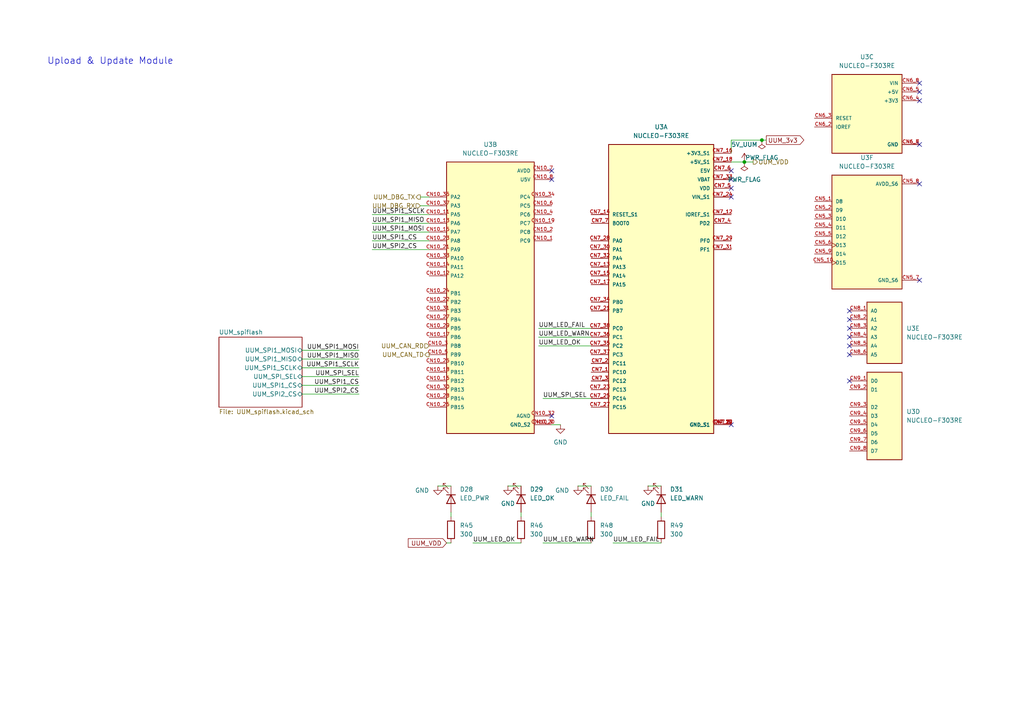
<source format=kicad_sch>
(kicad_sch (version 20250114) (generator "eeschema") (generator_version "9.0")
  (paper "A4")
  (title_block (date "2025-07-21") (rev "2"))
  (lib_symbols
    (symbol "Device:LED" (pin_numbers (hide yes)) (pin_names (offset 1.016) (hide yes))
      (property "Reference" "D" (at 0 2.54 0))
      (property "Value" "LED" (at 0 -2.54 0))
      (symbol "LED_0_1"
        (polyline (pts (xy -3.048 -0.762) (xy -4.572 -2.286) (xy -3.81 -2.286) (xy -4.572 -2.286) (xy -4.572 -1.524)))
        (polyline (pts (xy -1.778 -0.762) (xy -3.302 -2.286) (xy -2.54 -2.286) (xy -3.302 -2.286) (xy -3.302 -1.524)))
        (polyline (pts (xy -1.27 0) (xy 1.27 0)))
        (polyline (pts (xy -1.27 -1.27) (xy -1.27 1.27)) (stroke (width 0.254)))
        (polyline (pts (xy 1.27 -1.27) (xy 1.27 1.27) (xy -1.27 0) (xy 1.27 -1.27)) (stroke (width 0.254)))
      )
      (symbol "LED_1_1"
        (pin passive line (at -3.81 0 0) (length 2.54) (name "K") (number "1"))
        (pin passive line (at 3.81 0 180) (length 2.54) (name "A") (number "2"))
      )
    )
    (symbol "Device:R" (pin_numbers (hide yes)) (pin_names (offset 0))
      (property "Reference" "R" (at 2.032 0 90))
      (property "Value" "R" (at 0 0 90))
      (symbol "R_0_1"
        (rectangle (start -1.016 -2.54) (end 1.016 2.54) (stroke (width 0.254)))
      )
      (symbol "R_1_1"
        (pin passive line (at 0 3.81 270) (length 1.27) (name "~") (number "1"))
        (pin passive line (at 0 -3.81 90) (length 1.27) (name "~") (number "2"))
      )
    )
    (symbol "NUCLEO-F303RE:NUCLEO-F303RE" (pin_names (offset 1.016))
      (property "Reference" "U" (at -15.24 41.91 0))
      (property "Value" "NUCLEO-F303RE" (at -15.24 -44.45 0))
      (symbol "NUCLEO-F303RE_1_0"
        (rectangle (start -15.24 -43.18) (end 15.24 40.64) (stroke (width 0.254)) (fill (type background)))
        (pin bidirectional line (at -20.32 20.32 0) (length 5.08) (name "RESET_S1") (number "CN7_14"))
        (pin bidirectional line (at -20.32 17.78 0) (length 5.08) (name "BOOT0") (number "CN7_7"))
        (pin bidirectional line (at -20.32 12.7 0) (length 5.08) (name "PA0") (number "CN7_28"))
        (pin bidirectional line (at -20.32 10.16 0) (length 5.08) (name "PA1") (number "CN7_30"))
        (pin bidirectional line (at -20.32 7.62 0) (length 5.08) (name "PA4") (number "CN7_32"))
        (pin bidirectional line (at -20.32 5.08 0) (length 5.08) (name "PA13") (number "CN7_13"))
        (pin bidirectional line (at -20.32 2.54 0) (length 5.08) (name "PA14") (number "CN7_15"))
        (pin bidirectional line (at -20.32 0 0) (length 5.08) (name "PA15") (number "CN7_17"))
        (pin bidirectional line (at -20.32 -5.08 0) (length 5.08) (name "PB0") (number "CN7_34"))
        (pin bidirectional line (at -20.32 -7.62 0) (length 5.08) (name "PB7") (number "CN7_21"))
        (pin bidirectional line (at -20.32 -12.7 0) (length 5.08) (name "PC0") (number "CN7_38"))
        (pin bidirectional line (at -20.32 -15.24 0) (length 5.08) (name "PC1") (number "CN7_36"))
        (pin bidirectional line (at -20.32 -17.78 0) (length 5.08) (name "PC2") (number "CN7_35"))
        (pin bidirectional line (at -20.32 -20.32 0) (length 5.08) (name "PC3") (number "CN7_37"))
        (pin bidirectional line (at -20.32 -22.86 0) (length 5.08) (name "PC11") (number "CN7_2"))
        (pin bidirectional line (at -20.32 -25.4 0) (length 5.08) (name "PC10") (number "CN7_1"))
        (pin bidirectional line (at -20.32 -27.94 0) (length 5.08) (name "PC12") (number "CN7_3"))
        (pin bidirectional line (at -20.32 -30.48 0) (length 5.08) (name "PC13") (number "CN7_23"))
        (pin bidirectional line (at -20.32 -33.02 0) (length 5.08) (name "PC14") (number "CN7_25"))
        (pin bidirectional line (at -20.32 -35.56 0) (length 5.08) (name "PC15") (number "CN7_27"))
        (pin power_in line (at 20.32 38.1 180) (length 5.08) (name "+3V3_S1") (number "CN7_16"))
        (pin power_in line (at 20.32 35.56 180) (length 5.08) (name "+5V_S1") (number "CN7_18"))
        (pin power_in line (at 20.32 33.02 180) (length 5.08) (name "E5V") (number "CN7_6"))
        (pin power_in line (at 20.32 30.48 180) (length 5.08) (name "VBAT") (number "CN7_33"))
        (pin power_in line (at 20.32 27.94 180) (length 5.08) (name "VDD") (number "CN7_5"))
        (pin power_in line (at 20.32 25.4 180) (length 5.08) (name "VIN_S1") (number "CN7_24"))
        (pin bidirectional line (at 20.32 20.32 180) (length 5.08) (name "IOREF_S1") (number "CN7_12"))
        (pin bidirectional line (at 20.32 17.78 180) (length 5.08) (name "PD2") (number "CN7_4"))
        (pin bidirectional line (at 20.32 12.7 180) (length 5.08) (name "PF0") (number "CN7_29"))
        (pin bidirectional line (at 20.32 10.16 180) (length 5.08) (name "PF1") (number "CN7_31"))
        (pin power_in line (at 20.32 -40.64 180) (length 5.08) (name "GND_S1") (number "CN7_19"))
        (pin power_in line (at 20.32 -40.64 180) (length 5.08) (name "GND_S1") (number "CN7_20"))
        (pin power_in line (at 20.32 -40.64 180) (length 5.08) (name "GND_S1") (number "CN7_22"))
        (pin power_in line (at 20.32 -40.64 180) (length 5.08) (name "GND_S1") (number "CN7_8"))
      )
      (symbol "NUCLEO-F303RE_2_0"
        (rectangle (start -12.7 -40.64) (end 12.7 38.1) (stroke (width 0.254)) (fill (type background)))
        (pin bidirectional line (at -17.78 27.94 0) (length 5.08) (name "PA2") (number "CN10_35"))
        (pin bidirectional line (at -17.78 25.4 0) (length 5.08) (name "PA3") (number "CN10_37"))
        (pin bidirectional line (at -17.78 22.86 0) (length 5.08) (name "PA5") (number "CN10_11"))
        (pin bidirectional line (at -17.78 20.32 0) (length 5.08) (name "PA6") (number "CN10_13"))
        (pin bidirectional line (at -17.78 17.78 0) (length 5.08) (name "PA7") (number "CN10_15"))
        (pin bidirectional line (at -17.78 15.24 0) (length 5.08) (name "PA8") (number "CN10_23"))
        (pin bidirectional line (at -17.78 12.7 0) (length 5.08) (name "PA9") (number "CN10_21"))
        (pin bidirectional line (at -17.78 10.16 0) (length 5.08) (name "PA10") (number "CN10_33"))
        (pin bidirectional line (at -17.78 7.62 0) (length 5.08) (name "PA11") (number "CN10_14"))
        (pin bidirectional line (at -17.78 5.08 0) (length 5.08) (name "PA12") (number "CN10_12"))
        (pin bidirectional line (at -17.78 0 0) (length 5.08) (name "PB1") (number "CN10_24"))
        (pin bidirectional line (at -17.78 -2.54 0) (length 5.08) (name "PB2") (number "CN10_22"))
        (pin bidirectional line (at -17.78 -5.08 0) (length 5.08) (name "PB3") (number "CN10_31"))
        (pin bidirectional line (at -17.78 -7.62 0) (length 5.08) (name "PB4") (number "CN10_27"))
        (pin bidirectional line (at -17.78 -10.16 0) (length 5.08) (name "PB5") (number "CN10_29"))
        (pin bidirectional line (at -17.78 -12.7 0) (length 5.08) (name "PB6") (number "CN10_17"))
        (pin bidirectional line (at -17.78 -15.24 0) (length 5.08) (name "PB8") (number "CN10_3"))
        (pin bidirectional line (at -17.78 -17.78 0) (length 5.08) (name "PB9") (number "CN10_5"))
        (pin bidirectional line (at -17.78 -20.32 0) (length 5.08) (name "PB10") (number "CN10_25"))
        (pin bidirectional line (at -17.78 -22.86 0) (length 5.08) (name "PB11") (number "CN10_18"))
        (pin bidirectional line (at -17.78 -25.4 0) (length 5.08) (name "PB12") (number "CN10_16"))
        (pin bidirectional line (at -17.78 -27.94 0) (length 5.08) (name "PB13") (number "CN10_30"))
        (pin bidirectional line (at -17.78 -30.48 0) (length 5.08) (name "PB14") (number "CN10_28"))
        (pin bidirectional line (at -17.78 -33.02 0) (length 5.08) (name "PB15") (number "CN10_26"))
        (pin power_in line (at 17.78 35.56 180) (length 5.08) (name "AVDD") (number "CN10_7"))
        (pin power_in line (at 17.78 33.02 180) (length 5.08) (name "U5V") (number "CN10_8"))
        (pin bidirectional line (at 17.78 27.94 180) (length 5.08) (name "PC4") (number "CN10_34"))
        (pin bidirectional line (at 17.78 25.4 180) (length 5.08) (name "PC5") (number "CN10_6"))
        (pin bidirectional line (at 17.78 22.86 180) (length 5.08) (name "PC6") (number "CN10_4"))
        (pin bidirectional line (at 17.78 20.32 180) (length 5.08) (name "PC7") (number "CN10_19"))
        (pin bidirectional line (at 17.78 17.78 180) (length 5.08) (name "PC8") (number "CN10_2"))
        (pin bidirectional line (at 17.78 15.24 180) (length 5.08) (name "PC9") (number "CN10_1"))
        (pin power_in line (at 17.78 -35.56 180) (length 5.08) (name "AGND") (number "CN10_32"))
        (pin power_in line (at 17.78 -38.1 180) (length 5.08) (name "GND_S2") (number "CN10_20"))
        (pin power_in line (at 17.78 -38.1 180) (length 5.08) (name "GND_S2") (number "CN10_9"))
      )
      (symbol "NUCLEO-F303RE_3_0"
        (rectangle (start -10.16 -12.7) (end 10.16 10.16) (stroke (width 0.254)) (fill (type background)))
        (pin bidirectional line (at -15.24 -2.54 0) (length 5.08) (name "RESET") (number "CN6_3"))
        (pin bidirectional line (at -15.24 -5.08 0) (length 5.08) (name "IOREF") (number "CN6_2"))
        (pin power_in line (at 15.24 7.62 180) (length 5.08) (name "VIN") (number "CN6_8"))
        (pin power_in line (at 15.24 5.08 180) (length 5.08) (name "+5V") (number "CN6_5"))
        (pin power_in line (at 15.24 2.54 180) (length 5.08) (name "+3V3") (number "CN6_4"))
        (pin power_in line (at 15.24 -10.16 180) (length 5.08) (name "GND") (number "CN6_6"))
        (pin power_in line (at 15.24 -10.16 180) (length 5.08) (name "GND") (number "CN6_7"))
      )
      (symbol "NUCLEO-F303RE_4_0"
        (rectangle (start -5.08 -12.7) (end 5.08 12.7) (stroke (width 0.254)) (fill (type background)))
        (pin input line (at -10.16 10.16 0) (length 5.08) (name "D0") (number "CN9_1"))
        (pin output line (at -10.16 7.62 0) (length 5.08) (name "D1") (number "CN9_2"))
        (pin bidirectional line (at -10.16 2.54 0) (length 5.08) (name "D2") (number "CN9_3"))
        (pin bidirectional line (at -10.16 0 0) (length 5.08) (name "D3") (number "CN9_4"))
        (pin bidirectional line (at -10.16 -2.54 0) (length 5.08) (name "D4") (number "CN9_5"))
        (pin bidirectional line (at -10.16 -5.08 0) (length 5.08) (name "D5") (number "CN9_6"))
        (pin bidirectional line (at -10.16 -7.62 0) (length 5.08) (name "D6") (number "CN9_7"))
        (pin bidirectional line (at -10.16 -10.16 0) (length 5.08) (name "D7") (number "CN9_8"))
      )
      (symbol "NUCLEO-F303RE_5_0"
        (rectangle (start -5.08 -10.16) (end 5.08 7.62) (stroke (width 0.254)) (fill (type background)))
        (pin input line (at -10.16 5.08 0) (length 5.08) (name "A0") (number "CN8_1"))
        (pin input line (at -10.16 2.54 0) (length 5.08) (name "A1") (number "CN8_2"))
        (pin input line (at -10.16 0 0) (length 5.08) (name "A2") (number "CN8_3"))
        (pin input line (at -10.16 -2.54 0) (length 5.08) (name "A3") (number "CN8_4"))
        (pin input line (at -10.16 -5.08 0) (length 5.08) (name "A4") (number "CN8_5"))
        (pin input line (at -10.16 -7.62 0) (length 5.08) (name "A5") (number "CN8_6"))
      )
      (symbol "NUCLEO-F303RE_6_0"
        (rectangle (start -10.16 -17.78) (end 10.16 15.24) (stroke (width 0.254)) (fill (type background)))
        (pin bidirectional line (at -15.24 7.62 0) (length 5.08) (name "D8") (number "CN5_1"))
        (pin bidirectional line (at -15.24 5.08 0) (length 5.08) (name "D9") (number "CN5_2"))
        (pin bidirectional line (at -15.24 2.54 0) (length 5.08) (name "D10") (number "CN5_3"))
        (pin bidirectional line (at -15.24 0 0) (length 5.08) (name "D11") (number "CN5_4"))
        (pin bidirectional line (at -15.24 -2.54 0) (length 5.08) (name "D12") (number "CN5_5"))
        (pin bidirectional clock (at -15.24 -5.08 0) (length 5.08) (name "D13") (number "CN5_6"))
        (pin bidirectional line (at -15.24 -7.62 0) (length 5.08) (name "D14") (number "CN5_9"))
        (pin bidirectional clock (at -15.24 -10.16 0) (length 5.08) (name "D15") (number "CN5_10"))
        (pin power_in line (at 15.24 12.7 180) (length 5.08) (name "AVDD_S6") (number "CN5_8"))
        (pin power_in line (at 15.24 -15.24 180) (length 5.08) (name "GND_S6") (number "CN5_7"))
      )
    )
    (symbol "power:+5V" (power) (pin_numbers (hide yes)) (pin_names (offset 0) (hide yes))
      (property "Value" "+5V" (at 0 3.556 0))
      (symbol "+5V_0_1"
        (polyline (pts (xy -0.762 1.27) (xy 0 2.54)))
        (polyline (pts (xy 0 2.54) (xy 0.762 1.27)))
        (polyline (pts (xy 0 0) (xy 0 2.54)))
      )
      (symbol "+5V_1_1"
        (pin power_in line (at 0 0 90) (length 0) (name "~") (number "1"))
      )
    )
    (symbol "power:GND" (power) (pin_numbers (hide yes)) (pin_names (offset 0) (hide yes))
      (property "Value" "GND" (at 0 -3.81 0))
      (symbol "GND_0_1"
        (polyline (pts (xy 0 0) (xy 0 -1.27) (xy 1.27 -1.27) (xy 0 -2.54) (xy -1.27 -1.27) (xy 0 -1.27)))
      )
      (symbol "GND_1_1"
        (pin power_in line (at 0 0 270) (length 0) (name "~") (number "1"))
      )
    )
    (symbol "power:PWR_FLAG" (power) (pin_numbers (hide yes)) (pin_names (offset 0) (hide yes))
      (property "Value" "PWR_FLAG" (at 0 3.81 0))
      (symbol "PWR_FLAG_0_0"
        (pin power_out line (at 0 0 90) (length 0) (name "~") (number "1"))
      )
      (symbol "PWR_FLAG_0_1"
        (polyline (pts (xy 0 0) (xy 0 1.27) (xy -1.016 1.905) (xy 0 2.54) (xy 1.016 1.905) (xy 0 1.27)))
      )
    )
  )
  (text "Upload & Update Module" (at 32.004 17.78 0) (effects (font (size 1.905 1.905))))
  (junction (at 215.9 46.99))
  (junction (at 220.98 40.64))
  (no_connect (at 266.7 53.34))
  (no_connect (at 246.38 100.33))
  (no_connect (at 160.02 120.65))
  (no_connect (at 246.38 92.71))
  (no_connect (at 266.7 29.21))
  (no_connect (at 266.7 26.67))
  (no_connect (at 246.38 102.87))
  (no_connect (at 160.02 49.53))
  (no_connect (at 246.38 95.25))
  (no_connect (at 246.38 110.49))
  (no_connect (at 266.7 41.91))
  (no_connect (at 246.38 90.17))
  (no_connect (at 246.38 97.79))
  (no_connect (at 266.7 24.13))
  (no_connect (at 212.09 57.15))
  (no_connect (at 266.7 81.28))
  (no_connect (at 212.09 54.61))
  (no_connect (at 212.09 52.07))
  (no_connect (at 160.02 52.07))
  (no_connect (at 212.09 123.19))
  (no_connect (at 212.09 49.53))
  (wire (pts (xy 147.32 140.97) (xy 151.13 140.97)))
  (wire (pts (xy 130.81 148.59) (xy 130.81 149.86)))
  (wire (pts (xy 157.48 115.57) (xy 171.45 115.57)))
  (wire (pts (xy 104.14 104.14) (xy 87.63 104.14)))
  (wire (pts (xy 127 140.97) (xy 130.81 140.97)))
  (wire (pts (xy 137.16 157.48) (xy 151.13 157.48)))
  (wire (pts (xy 107.95 69.85) (xy 124.46 69.85)))
  (wire (pts (xy 157.48 157.48) (xy 171.45 157.48)))
  (wire (pts (xy 107.95 72.39) (xy 124.46 72.39)))
  (wire (pts (xy 187.96 140.97) (xy 191.77 140.97)))
  (wire (pts (xy 104.14 111.76) (xy 87.63 111.76)))
  (wire (pts (xy 171.45 148.59) (xy 171.45 149.86)))
  (wire (pts (xy 212.09 40.64) (xy 220.98 40.64)))
  (wire (pts (xy 104.14 114.3) (xy 87.63 114.3)))
  (wire (pts (xy 160.02 123.19) (xy 162.56 123.19)))
  (wire (pts (xy 212.09 40.64) (xy 212.09 44.45)))
  (wire (pts (xy 121.92 57.15) (xy 124.46 57.15)))
  (wire (pts (xy 220.98 40.64) (xy 222.25 40.64)))
  (wire (pts (xy 104.14 101.6) (xy 87.63 101.6)))
  (wire (pts (xy 107.95 62.23) (xy 124.46 62.23)))
  (wire (pts (xy 215.9 46.99) (xy 218.44 46.99)))
  (wire (pts (xy 107.95 64.77) (xy 124.46 64.77)))
  (wire (pts (xy 177.8 157.48) (xy 191.77 157.48)))
  (wire (pts (xy 212.09 46.99) (xy 215.9 46.99)))
  (wire (pts (xy 104.14 109.22) (xy 87.63 109.22)))
  (wire (pts (xy 191.77 148.59) (xy 191.77 149.86)))
  (wire (pts (xy 156.21 97.79) (xy 171.45 97.79)))
  (wire (pts (xy 121.92 59.69) (xy 124.46 59.69)))
  (wire (pts (xy 156.21 100.33) (xy 171.45 100.33)))
  (wire (pts (xy 129.54 157.48) (xy 130.81 157.48)))
  (wire (pts (xy 107.95 67.31) (xy 124.46 67.31)))
  (wire (pts (xy 151.13 148.59) (xy 151.13 149.86)))
  (wire (pts (xy 104.14 106.68) (xy 87.63 106.68)))
  (wire (pts (xy 156.21 95.25) (xy 171.45 95.25)))
  (wire (pts (xy 167.64 140.97) (xy 171.45 140.97)))
  (label "UUM_LED_OK" (at 156.21 100.33 0))
  (label "UUM_SPI1_CS" (at 104.14 111.76 180))
  (label "UUM_LED_FAIL" (at 177.8 157.48 0))
  (label "UUM_SPI1_MISO" (at 107.95 64.77 0))
  (label "UUM_SPI2_CS" (at 107.95 72.39 0))
  (label "UUM_SPI_SEL" (at 104.14 109.22 180))
  (label "UUM_LED_FAIL" (at 156.21 95.25 0))
  (label "UUM_LED_WARN" (at 156.21 97.79 0))
  (label "UUM_SPI_SEL" (at 157.48 115.57 0))
  (label "UUM_LED_OK" (at 137.16 157.48 0))
  (label "UUM_SPI2_CS" (at 104.14 114.3 180))
  (label "UUM_SPI1_MOSI" (at 104.14 101.6 180))
  (label "UUM_SPI1_SCLK" (at 104.14 106.68 180))
  (label "UUM_SPI1_SCLK" (at 107.95 62.23 0))
  (label "UUM_LED_WARN" (at 157.48 157.48 0))
  (label "UUM_SPI1_MISO" (at 104.14 104.14 180))
  (label "UUM_SPI1_MOSI" (at 107.95 67.31 0))
  (label "UUM_SPI1_CS" (at 107.95 69.85 0))
  (global_label "UUM_VDD" (shape input) (at 129.54 157.48 180) (property "Intersheetrefs" "${INTERSHEET_REFS}" (effects (hide yes))))
  (global_label "UUM_3v3" (shape output) (at 222.25 40.64 0) (property "Intersheetrefs" "${INTERSHEET_REFS}" (effects (hide yes))))
  (hierarchical_label "UUM_CAN_TD" (shape output) (at 124.46 102.87 180))
  (hierarchical_label "UUM_CAN_RD" (shape input) (at 124.46 100.33 180))
  (hierarchical_label "UUM_DBG_TX" (shape output) (at 121.92 57.15 180))
  (hierarchical_label "UUM_VDD" (shape output) (at 218.44 46.99 0))
  (hierarchical_label "UUM_DBG_RX" (shape input) (at 121.92 59.69 180))
  (symbol (lib_id "Device:R") (at 151.13 153.67 0) (unit 1)
    (property "Reference" "R46" (at 153.67 152.3999 0) (effects (justify left)))
    (property "Value" "300" (at 153.67 154.9399 0) (effects (justify left)))
    (property "Footprint" "Resistor_SMD:R_0805_2012Metric_Pad1.20x1.40mm_HandSolder" (effects (hide yes)))
    (property "Description" "Resistor" (effects (hide yes)))
    (property "DigiKey_Part_Number" "311-10.0KCRCT-ND" (effects (hide yes)))
    (property "Price" "0.0129" (effects (hide yes)))
  )
  (symbol (lib_id "NUCLEO-F303RE:NUCLEO-F303RE") (at 251.46 66.04 0) (unit 6)
    (property "Reference" "U3" (at 251.46 45.72 0))
    (property "Value" "NUCLEO-F303RE" (at 251.46 48.26 0))
    (property "Footprint" "NUCLEO-F303RE:ST_NUCLEO-F303RE" (effects (hide yes)))
    (property "MF" "STMicroelectronics" (effects (hide yes)))
    (property "MAXIMUM_PACKAGE_HEIGHT" "N/A" (effects (hide yes)))
    (property "Package" "None" (effects (hide yes)))
    (property "Price" "None" (effects (hide yes)))
    (property "Check_prices" "https://www.snapeda.com/parts/NUCLEO-F303RE/STMicroelectronics/view-part/?ref=eda" (effects (hide yes)))
    (property "STANDARD" "Manufacturer recommendations" (effects (hide yes)))
    (property "PARTREV" "14" (effects (hide yes)))
    (property "SnapEDA_Link" "https://www.snapeda.com/parts/NUCLEO-F303RE/STMicroelectronics/view-part/?ref=snap" (effects (hide yes)))
    (property "MP" "NUCLEO-F303RE" (effects (hide yes)))
    (property "Description_1" "STM32F303RE, mbed-Enabled Development Nucleo-64 STM32F3 ARM® Cortex®-M4 MCU 32-Bit Embedded Evaluation Board" (effects (hide yes)))
    (property "Availability" "In Stock" (effects (hide yes)))
    (property "MANUFACTURER" "STMicroelectronics" (effects (hide yes)))
  )
  (symbol (lib_id "NUCLEO-F303RE:NUCLEO-F303RE") (at 256.54 95.25 0) (unit 5)
    (property "Reference" "U3" (at 262.89 95.2499 0) (effects (justify left)))
    (property "Value" "NUCLEO-F303RE" (at 262.89 97.7899 0) (effects (justify left)))
    (property "Footprint" "NUCLEO-F303RE:ST_NUCLEO-F303RE" (effects (hide yes)))
    (property "MF" "STMicroelectronics" (effects (hide yes)))
    (property "MAXIMUM_PACKAGE_HEIGHT" "N/A" (effects (hide yes)))
    (property "Package" "None" (effects (hide yes)))
    (property "Price" "None" (effects (hide yes)))
    (property "Check_prices" "https://www.snapeda.com/parts/NUCLEO-F303RE/STMicroelectronics/view-part/?ref=eda" (effects (hide yes)))
    (property "STANDARD" "Manufacturer recommendations" (effects (hide yes)))
    (property "PARTREV" "14" (effects (hide yes)))
    (property "SnapEDA_Link" "https://www.snapeda.com/parts/NUCLEO-F303RE/STMicroelectronics/view-part/?ref=snap" (effects (hide yes)))
    (property "MP" "NUCLEO-F303RE" (effects (hide yes)))
    (property "Description_1" "STM32F303RE, mbed-Enabled Development Nucleo-64 STM32F3 ARM® Cortex®-M4 MCU 32-Bit Embedded Evaluation Board" (effects (hide yes)))
    (property "Availability" "In Stock" (effects (hide yes)))
    (property "MANUFACTURER" "STMicroelectronics" (effects (hide yes)))
  )
  (symbol (lib_id "NUCLEO-F303RE:NUCLEO-F303RE") (at 142.24 85.09 0) (unit 2)
    (property "Reference" "U3" (at 142.24 41.91 0))
    (property "Value" "NUCLEO-F303RE" (at 142.24 44.45 0))
    (property "Footprint" "NUCLEO-F303RE:ST_NUCLEO-F303RE" (effects (hide yes)))
    (property "MF" "STMicroelectronics" (effects (hide yes)))
    (property "MAXIMUM_PACKAGE_HEIGHT" "N/A" (effects (hide yes)))
    (property "Package" "None" (effects (hide yes)))
    (property "Price" "None" (effects (hide yes)))
    (property "Check_prices" "https://www.snapeda.com/parts/NUCLEO-F303RE/STMicroelectronics/view-part/?ref=eda" (effects (hide yes)))
    (property "STANDARD" "Manufacturer recommendations" (effects (hide yes)))
    (property "PARTREV" "14" (effects (hide yes)))
    (property "SnapEDA_Link" "https://www.snapeda.com/parts/NUCLEO-F303RE/STMicroelectronics/view-part/?ref=snap" (effects (hide yes)))
    (property "MP" "NUCLEO-F303RE" (effects (hide yes)))
    (property "Description_1" "STM32F303RE, mbed-Enabled Development Nucleo-64 STM32F3 ARM® Cortex®-M4 MCU 32-Bit Embedded Evaluation Board" (effects (hide yes)))
    (property "Availability" "In Stock" (effects (hide yes)))
    (property "MANUFACTURER" "STMicroelectronics" (effects (hide yes)))
  )
  (symbol (lib_id "power:GND") (at 127 140.97 0) (unit 1)
    (property "Reference" "#PWR0127" (effects (hide yes)))
    (property "Value" "GND" (at 124.46 142.2399 0) (effects (justify right)))
    (property "Description" "Power symbol creates a global label with name \"GND\" , ground" (effects (hide yes)))
  )
  (symbol (lib_id "Device:R") (at 130.81 153.67 0) (unit 1)
    (property "Reference" "R45" (at 133.35 152.3999 0) (effects (justify left)))
    (property "Value" "300" (at 133.35 154.9399 0) (effects (justify left)))
    (property "Footprint" "Resistor_SMD:R_0805_2012Metric_Pad1.20x1.40mm_HandSolder" (effects (hide yes)))
    (property "Description" "Resistor" (effects (hide yes)))
    (property "DigiKey_Part_Number" "311-10.0KCRCT-ND" (effects (hide yes)))
    (property "Price" "0.0129" (effects (hide yes)))
  )
  (symbol (lib_id "Device:LED") (at 191.77 144.78 270) (unit 1)
    (property "Reference" "D31" (at 194.31 141.9224 90) (effects (justify left)))
    (property "Value" "LED_WARN" (at 194.31 144.4624 90) (effects (justify left)))
    (property "Footprint" "LED_SMD:LED_0603_1608Metric" (effects (hide yes)))
    (property "Description" "Light emitting diode" (effects (hide yes)))
    (property "Sim.Pins" "1=K 2=A" (effects (hide yes)))
  )
  (symbol (lib_id "NUCLEO-F303RE:NUCLEO-F303RE") (at 191.77 82.55 0) (unit 1)
    (property "Reference" "U3" (at 191.77 36.83 0))
    (property "Value" "NUCLEO-F303RE" (at 191.77 39.37 0))
    (property "Footprint" "NUCLEO-F303RE:ST_NUCLEO-F303RE" (effects (hide yes)))
    (property "MF" "STMicroelectronics" (effects (hide yes)))
    (property "MAXIMUM_PACKAGE_HEIGHT" "N/A" (effects (hide yes)))
    (property "Package" "None" (effects (hide yes)))
    (property "Price" "None" (effects (hide yes)))
    (property "Check_prices" "https://www.snapeda.com/parts/NUCLEO-F303RE/STMicroelectronics/view-part/?ref=eda" (effects (hide yes)))
    (property "STANDARD" "Manufacturer recommendations" (effects (hide yes)))
    (property "PARTREV" "14" (effects (hide yes)))
    (property "SnapEDA_Link" "https://www.snapeda.com/parts/NUCLEO-F303RE/STMicroelectronics/view-part/?ref=snap" (effects (hide yes)))
    (property "MP" "NUCLEO-F303RE" (effects (hide yes)))
    (property "Description_1" "STM32F303RE, mbed-Enabled Development Nucleo-64 STM32F3 ARM® Cortex®-M4 MCU 32-Bit Embedded Evaluation Board" (effects (hide yes)))
    (property "Availability" "In Stock" (effects (hide yes)))
    (property "MANUFACTURER" "STMicroelectronics" (effects (hide yes)))
  )
  (symbol (lib_id "Device:LED") (at 151.13 144.78 270) (unit 1)
    (property "Reference" "D29" (at 153.67 141.9224 90) (effects (justify left)))
    (property "Value" "LED_OK" (at 153.67 144.4624 90) (effects (justify left)))
    (property "Footprint" "LED_SMD:LED_0603_1608Metric" (effects (hide yes)))
    (property "Description" "Light emitting diode" (effects (hide yes)))
    (property "Sim.Pins" "1=K 2=A" (effects (hide yes)))
  )
  (symbol (lib_id "power:GND") (at 147.32 140.97 0) (unit 1)
    (property "Reference" "#PWR0129" (effects (hide yes)))
    (property "Value" "GND" (at 147.32 146.05 0))
    (property "Description" "Power symbol creates a global label with name \"GND\" , ground" (effects (hide yes)))
  )
  (symbol (lib_id "Device:R") (at 191.77 153.67 0) (unit 1)
    (property "Reference" "R49" (at 194.31 152.3999 0) (effects (justify left)))
    (property "Value" "300" (at 194.31 154.9399 0) (effects (justify left)))
    (property "Footprint" "Resistor_SMD:R_0805_2012Metric_Pad1.20x1.40mm_HandSolder" (effects (hide yes)))
    (property "Description" "Resistor" (effects (hide yes)))
    (property "DigiKey_Part_Number" "311-10.0KCRCT-ND" (effects (hide yes)))
    (property "Price" "0.0129" (effects (hide yes)))
  )
  (symbol (lib_id "Device:R") (at 171.45 153.67 0) (unit 1)
    (property "Reference" "R48" (at 173.99 152.3999 0) (effects (justify left)))
    (property "Value" "300" (at 173.99 154.9399 0) (effects (justify left)))
    (property "Footprint" "Resistor_SMD:R_0805_2012Metric_Pad1.20x1.40mm_HandSolder" (effects (hide yes)))
    (property "Description" "Resistor" (effects (hide yes)))
    (property "DigiKey_Part_Number" "311-10.0KCRCT-ND" (effects (hide yes)))
    (property "Price" "0.0129" (effects (hide yes)))
  )
  (symbol (lib_id "Device:LED") (at 171.45 144.78 270) (unit 1)
    (property "Reference" "D30" (at 173.99 141.9224 90) (effects (justify left)))
    (property "Value" "LED_FAIL" (at 173.99 144.4624 90) (effects (justify left)))
    (property "Footprint" "LED_SMD:LED_0603_1608Metric" (effects (hide yes)))
    (property "Description" "Light emitting diode" (effects (hide yes)))
    (property "Sim.Pins" "1=K 2=A" (effects (hide yes)))
  )
  (symbol (lib_id "NUCLEO-F303RE:NUCLEO-F303RE") (at 251.46 31.75 0) (unit 3)
    (property "Reference" "U3" (at 251.46 16.51 0))
    (property "Value" "NUCLEO-F303RE" (at 251.46 19.05 0))
    (property "Footprint" "NUCLEO-F303RE:ST_NUCLEO-F303RE" (effects (hide yes)))
    (property "MF" "STMicroelectronics" (effects (hide yes)))
    (property "MAXIMUM_PACKAGE_HEIGHT" "N/A" (effects (hide yes)))
    (property "Package" "None" (effects (hide yes)))
    (property "Price" "None" (effects (hide yes)))
    (property "Check_prices" "https://www.snapeda.com/parts/NUCLEO-F303RE/STMicroelectronics/view-part/?ref=eda" (effects (hide yes)))
    (property "STANDARD" "Manufacturer recommendations" (effects (hide yes)))
    (property "PARTREV" "14" (effects (hide yes)))
    (property "SnapEDA_Link" "https://www.snapeda.com/parts/NUCLEO-F303RE/STMicroelectronics/view-part/?ref=snap" (effects (hide yes)))
    (property "MP" "NUCLEO-F303RE" (effects (hide yes)))
    (property "Description_1" "STM32F303RE, mbed-Enabled Development Nucleo-64 STM32F3 ARM® Cortex®-M4 MCU 32-Bit Embedded Evaluation Board" (effects (hide yes)))
    (property "Availability" "In Stock" (effects (hide yes)))
    (property "MANUFACTURER" "STMicroelectronics" (effects (hide yes)))
  )
  (symbol (lib_id "Device:LED") (at 130.81 144.78 270) (unit 1)
    (property "Reference" "D28" (at 133.35 141.9224 90) (effects (justify left)))
    (property "Value" "LED_PWR" (at 133.35 144.4624 90) (effects (justify left)))
    (property "Footprint" "LED_SMD:LED_0603_1608Metric" (effects (hide yes)))
    (property "Description" "Light emitting diode" (effects (hide yes)))
    (property "Sim.Pins" "1=K 2=A" (effects (hide yes)))
  )
  (symbol (lib_id "power:GND") (at 162.56 123.19 0) (unit 1)
    (property "Reference" "#PWR081" (effects (hide yes)))
    (property "Value" "GND" (at 162.56 128.27 0))
    (property "Description" "Power symbol creates a global label with name \"GND\" , ground" (effects (hide yes)))
  )
  (symbol (lib_id "power:PWR_FLAG") (at 220.98 40.64 180) (unit 1)
    (property "Reference" "#FLG07" (effects (hide yes)))
    (property "Value" "PWR_FLAG" (at 220.98 45.72 0))
    (property "Description" "Special symbol for telling ERC where power comes from" (effects (hide yes)))
  )
  (symbol (lib_id "power:PWR_FLAG") (at 215.9 46.99 180) (unit 1)
    (property "Reference" "#FLG014" (effects (hide yes)))
    (property "Value" "PWR_FLAG" (at 215.9 52.07 0))
    (property "Description" "Special symbol for telling ERC where power comes from" (effects (hide yes)))
  )
  (symbol (lib_id "power:GND") (at 167.64 140.97 0) (unit 1)
    (property "Reference" "#PWR0130" (effects (hide yes)))
    (property "Value" "GND" (at 165.1 142.2399 0) (effects (justify right)))
    (property "Description" "Power symbol creates a global label with name \"GND\" , ground" (effects (hide yes)))
  )
  (symbol (lib_id "NUCLEO-F303RE:NUCLEO-F303RE") (at 256.54 120.65 0) (unit 4)
    (property "Reference" "U3" (at 262.89 119.3799 0) (effects (justify left)))
    (property "Value" "NUCLEO-F303RE" (at 262.89 121.9199 0) (effects (justify left)))
    (property "Footprint" "NUCLEO-F303RE:ST_NUCLEO-F303RE" (effects (hide yes)))
    (property "MF" "STMicroelectronics" (effects (hide yes)))
    (property "MAXIMUM_PACKAGE_HEIGHT" "N/A" (effects (hide yes)))
    (property "Package" "None" (effects (hide yes)))
    (property "Price" "None" (effects (hide yes)))
    (property "Check_prices" "https://www.snapeda.com/parts/NUCLEO-F303RE/STMicroelectronics/view-part/?ref=eda" (effects (hide yes)))
    (property "STANDARD" "Manufacturer recommendations" (effects (hide yes)))
    (property "PARTREV" "14" (effects (hide yes)))
    (property "SnapEDA_Link" "https://www.snapeda.com/parts/NUCLEO-F303RE/STMicroelectronics/view-part/?ref=snap" (effects (hide yes)))
    (property "MP" "NUCLEO-F303RE" (effects (hide yes)))
    (property "Description_1" "STM32F303RE, mbed-Enabled Development Nucleo-64 STM32F3 ARM® Cortex®-M4 MCU 32-Bit Embedded Evaluation Board" (effects (hide yes)))
    (property "Availability" "In Stock" (effects (hide yes)))
    (property "MANUFACTURER" "STMicroelectronics" (effects (hide yes)))
  )
  (symbol (lib_id "power:GND") (at 187.96 140.97 0) (unit 1)
    (property "Reference" "#PWR0131" (effects (hide yes)))
    (property "Value" "GND" (at 187.96 146.05 0))
    (property "Description" "Power symbol creates a global label with name \"GND\" , ground" (effects (hide yes)))
  )
  (symbol (lib_id "power:+5V") (at 215.9 46.99 0) (unit 1)
    (property "Reference" "#PWR025" (effects (hide yes)))
    (property "Value" "5V_UUM" (at 215.9 41.91 0))
    (property "Description" "Power symbol creates a global label with name \"+5V\"" (effects (hide yes)))
  )
  (sheet (at 63.5 97.79) (size 24.13 20.32) (stroke (width 0.1524))
    (property "Sheetname" "UUM_spiflash" (at 63.5 97.0784 0) (effects (justify left bottom)))
    (property "Sheetfile" "UUM_spiflash.kicad_sch" (at 63.5 118.6946 0) (effects (justify left top)))
    (pin "UUM_SPI1_MOSI" bidirectional (at 87.63 101.6 0))
    (pin "UUM_SPI1_SCLK" bidirectional (at 87.63 106.68 0))
    (pin "UUM_SPI1_MISO" bidirectional (at 87.63 104.14 0))
    (pin "UUM_SPI2_CS" bidirectional (at 87.63 114.3 0))
    (pin "UUM_SPI1_CS" bidirectional (at 87.63 111.76 0))
    (pin "UUM_SPI_SEL" bidirectional (at 87.63 109.22 0))
  )
)
</source>
